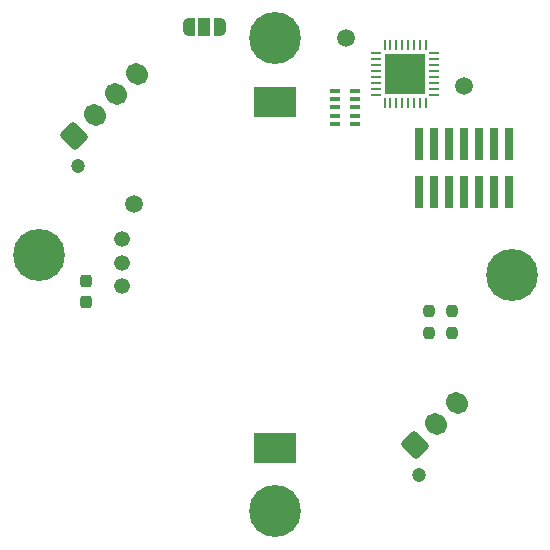
<source format=gbr>
%TF.GenerationSoftware,KiCad,Pcbnew,6.0.4-6f826c9f35~116~ubuntu20.04.1*%
%TF.CreationDate,2022-04-04T22:21:40-04:00*%
%TF.ProjectId,lab7,6c616237-2e6b-4696-9361-645f70636258,rev?*%
%TF.SameCoordinates,Original*%
%TF.FileFunction,Soldermask,Top*%
%TF.FilePolarity,Negative*%
%FSLAX46Y46*%
G04 Gerber Fmt 4.6, Leading zero omitted, Abs format (unit mm)*
G04 Created by KiCad (PCBNEW 6.0.4-6f826c9f35~116~ubuntu20.04.1) date 2022-04-04 22:21:40*
%MOMM*%
%LPD*%
G01*
G04 APERTURE LIST*
G04 Aperture macros list*
%AMRoundRect*
0 Rectangle with rounded corners*
0 $1 Rounding radius*
0 $2 $3 $4 $5 $6 $7 $8 $9 X,Y pos of 4 corners*
0 Add a 4 corners polygon primitive as box body*
4,1,4,$2,$3,$4,$5,$6,$7,$8,$9,$2,$3,0*
0 Add four circle primitives for the rounded corners*
1,1,$1+$1,$2,$3*
1,1,$1+$1,$4,$5*
1,1,$1+$1,$6,$7*
1,1,$1+$1,$8,$9*
0 Add four rect primitives between the rounded corners*
20,1,$1+$1,$2,$3,$4,$5,0*
20,1,$1+$1,$4,$5,$6,$7,0*
20,1,$1+$1,$6,$7,$8,$9,0*
20,1,$1+$1,$8,$9,$2,$3,0*%
%AMHorizOval*
0 Thick line with rounded ends*
0 $1 width*
0 $2 $3 position (X,Y) of the first rounded end (center of the circle)*
0 $4 $5 position (X,Y) of the second rounded end (center of the circle)*
0 Add line between two ends*
20,1,$1,$2,$3,$4,$5,0*
0 Add two circle primitives to create the rounded ends*
1,1,$1,$2,$3*
1,1,$1,$4,$5*%
%AMFreePoly0*
4,1,22,0.550000,-0.750000,0.000000,-0.750000,0.000000,-0.745033,-0.079941,-0.743568,-0.215256,-0.701293,-0.333266,-0.622738,-0.424486,-0.514219,-0.481581,-0.384460,-0.499164,-0.250000,-0.500000,-0.250000,-0.500000,0.250000,-0.499164,0.250000,-0.499963,0.256109,-0.478152,0.396186,-0.417904,0.524511,-0.324060,0.630769,-0.204165,0.706417,-0.067858,0.745374,0.000000,0.744959,0.000000,0.750000,
0.550000,0.750000,0.550000,-0.750000,0.550000,-0.750000,$1*%
%AMFreePoly1*
4,1,20,0.000000,0.744959,0.073905,0.744508,0.209726,0.703889,0.328688,0.626782,0.421226,0.519385,0.479903,0.390333,0.500000,0.250000,0.500000,-0.250000,0.499851,-0.262216,0.476331,-0.402017,0.414519,-0.529596,0.319384,-0.634700,0.198574,-0.708877,0.061801,-0.746166,0.000000,-0.745033,0.000000,-0.750000,-0.550000,-0.750000,-0.550000,0.750000,0.000000,0.750000,0.000000,0.744959,
0.000000,0.744959,$1*%
G04 Aperture macros list end*
%ADD10R,0.740000X2.790000*%
%ADD11C,1.200000*%
%ADD12RoundRect,0.250000X0.088388X-0.936916X0.936916X-0.088388X-0.088388X0.936916X-0.936916X0.088388X0*%
%ADD13HorizOval,1.700000X-0.088388X0.088388X0.088388X-0.088388X0*%
%ADD14C,0.700000*%
%ADD15C,4.400000*%
%ADD16C,1.500000*%
%ADD17RoundRect,0.237500X0.237500X-0.250000X0.237500X0.250000X-0.237500X0.250000X-0.237500X-0.250000X0*%
%ADD18RoundRect,0.237500X0.237500X-0.300000X0.237500X0.300000X-0.237500X0.300000X-0.237500X-0.300000X0*%
%ADD19R,0.900000X0.350000*%
%ADD20RoundRect,0.062500X-0.375000X-0.062500X0.375000X-0.062500X0.375000X0.062500X-0.375000X0.062500X0*%
%ADD21RoundRect,0.062500X-0.062500X-0.375000X0.062500X-0.375000X0.062500X0.375000X-0.062500X0.375000X0*%
%ADD22R,3.450000X3.450000*%
%ADD23FreePoly0,180.000000*%
%ADD24R,1.000000X1.500000*%
%ADD25FreePoly1,180.000000*%
%ADD26R,3.600000X2.600000*%
%ADD27C,1.330000*%
G04 APERTURE END LIST*
D10*
%TO.C,U1*%
X169810000Y-78968000D03*
X169810000Y-83032000D03*
X168540000Y-78968000D03*
X168540000Y-83032000D03*
X167270000Y-78968000D03*
X167270000Y-83032000D03*
X166000000Y-78968000D03*
X166000000Y-83032000D03*
X164730000Y-78968000D03*
X164730000Y-83032000D03*
X163460000Y-78968000D03*
X163460000Y-83032000D03*
X162190000Y-78968000D03*
X162190000Y-83032000D03*
%TD*%
D11*
%TO.C,J2*%
X133259962Y-80826004D03*
D12*
X132977119Y-78280420D03*
D13*
X134744886Y-76512653D03*
X136512653Y-74744886D03*
X138280420Y-72977119D03*
%TD*%
D14*
%TO.C,H4*%
X151650000Y-110000000D03*
X151166726Y-111166726D03*
X150000000Y-111650000D03*
X148350000Y-110000000D03*
X148833274Y-108833274D03*
X151166726Y-108833274D03*
X148833274Y-111166726D03*
X150000000Y-108350000D03*
D15*
X150000000Y-110000000D03*
%TD*%
D11*
%TO.C,J1*%
X162143845Y-106942120D03*
D12*
X161861002Y-104396536D03*
D13*
X163628769Y-102628769D03*
X165396536Y-100861002D03*
%TD*%
D16*
%TO.C,TP2*%
X156000000Y-70000000D03*
%TD*%
D17*
%TO.C,R2*%
X163000000Y-94912500D03*
X163000000Y-93087500D03*
%TD*%
%TO.C,R1*%
X165000000Y-94912500D03*
X165000000Y-93087500D03*
%TD*%
D15*
%TO.C,H3*%
X130000000Y-88350000D03*
D14*
X130000000Y-90000000D03*
X130000000Y-86700000D03*
X131166726Y-87183274D03*
X128833274Y-89516726D03*
X128350000Y-88350000D03*
X128833274Y-87183274D03*
X131650000Y-88350000D03*
X131166726Y-89516726D03*
%TD*%
D18*
%TO.C,C1*%
X133985000Y-90577500D03*
X133985000Y-92302500D03*
%TD*%
D16*
%TO.C,TP1*%
X138000000Y-84000000D03*
%TD*%
D14*
%TO.C,H1*%
X171166726Y-88833274D03*
X171650000Y-90000000D03*
X168350000Y-90000000D03*
D15*
X170000000Y-90000000D03*
D14*
X170000000Y-91650000D03*
X170000000Y-88350000D03*
X171166726Y-91166726D03*
X168833274Y-88833274D03*
X168833274Y-91166726D03*
%TD*%
D19*
%TO.C,U2*%
X155012500Y-74437500D03*
X155012500Y-75137500D03*
X155012500Y-75837500D03*
X155012500Y-76537500D03*
X155012500Y-77237500D03*
X156752500Y-77237500D03*
X156752500Y-76537500D03*
X156752500Y-75837500D03*
X156752500Y-75137500D03*
X156752500Y-74437500D03*
%TD*%
D15*
%TO.C,H2*%
X150000000Y-70000000D03*
D14*
X150000000Y-71650000D03*
X148350000Y-70000000D03*
X148833274Y-71166726D03*
X151166726Y-71166726D03*
X150000000Y-68350000D03*
X148833274Y-68833274D03*
X151650000Y-70000000D03*
X151166726Y-68833274D03*
%TD*%
D20*
%TO.C,U3*%
X158562500Y-71250000D03*
X158562500Y-71750000D03*
X158562500Y-72250000D03*
X158562500Y-72750000D03*
X158562500Y-73250000D03*
X158562500Y-73750000D03*
X158562500Y-74250000D03*
X158562500Y-74750000D03*
D21*
X159250000Y-75437500D03*
X159750000Y-75437500D03*
X160250000Y-75437500D03*
X160750000Y-75437500D03*
X161250000Y-75437500D03*
X161750000Y-75437500D03*
X162250000Y-75437500D03*
X162750000Y-75437500D03*
D20*
X163437500Y-74750000D03*
X163437500Y-74250000D03*
X163437500Y-73750000D03*
X163437500Y-73250000D03*
X163437500Y-72750000D03*
X163437500Y-72250000D03*
X163437500Y-71750000D03*
X163437500Y-71250000D03*
D21*
X162750000Y-70562500D03*
X162250000Y-70562500D03*
X161750000Y-70562500D03*
X161250000Y-70562500D03*
X160750000Y-70562500D03*
X160250000Y-70562500D03*
X159750000Y-70562500D03*
X159250000Y-70562500D03*
D22*
X161000000Y-73000000D03*
%TD*%
D16*
%TO.C,TP3*%
X166000000Y-74000000D03*
%TD*%
D23*
%TO.C,JP1*%
X145300000Y-69000000D03*
D24*
X144000000Y-69000000D03*
D25*
X142700000Y-69000000D03*
%TD*%
D26*
%TO.C,BT1*%
X150000000Y-75350000D03*
X150000000Y-104650000D03*
%TD*%
D27*
%TO.C,IC1*%
X137000000Y-91000000D03*
X137000000Y-89000000D03*
X137000000Y-87000000D03*
%TD*%
M02*

</source>
